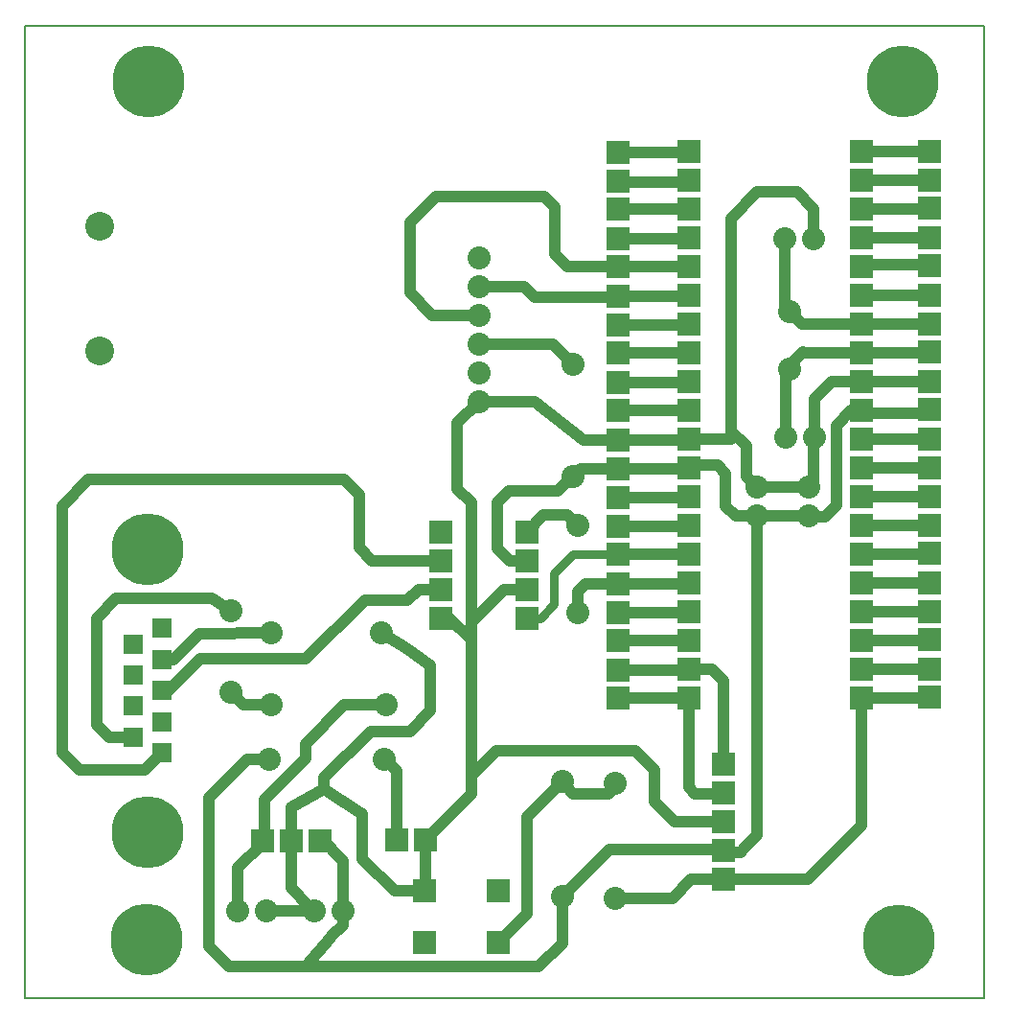
<source format=gbr>
G04 PROTEUS RS274X GERBER FILE*
%FSLAX45Y45*%
%MOMM*%
G01*
%ADD10C,1.016000*%
%ADD11C,0.762000*%
%ADD12C,2.032000*%
%ADD13R,2.032000X2.032000*%
%ADD14R,1.778000X1.778000*%
%ADD15C,6.350000*%
%ADD16C,2.540000*%
%ADD17C,0.203200*%
D10*
X-4970301Y+5678865D02*
X-4520301Y+5678865D01*
X-4685301Y+6977865D02*
X-4720301Y+6942865D01*
X-4720301Y+6828865D01*
X-4720301Y+6378865D01*
X-4520301Y+5932865D02*
X-4470301Y+5982865D01*
X-4470301Y+6028865D01*
X-4470301Y+6374865D01*
X-4466301Y+6378865D01*
X-4050301Y+7121865D02*
X-4563301Y+7121865D01*
X-4570301Y+7128865D01*
X-4685301Y+7013865D01*
X-4685301Y+6977865D01*
X-4685301Y+7485865D02*
X-4724301Y+7524865D01*
X-4724301Y+8128865D01*
X-4466301Y+6378865D02*
X-4466301Y+6714184D01*
X-4436233Y+6744252D01*
X-4312620Y+6867865D01*
X-4050301Y+6867865D01*
X-4050301Y+6613865D02*
X-4138366Y+6613865D01*
X-4141507Y+6610724D01*
X-4270301Y+6481930D01*
X-4270301Y+6478865D01*
X-4270301Y+5778865D01*
X-4376582Y+5672584D01*
X-4384019Y+5672584D01*
X-4482939Y+5672584D01*
X-4489321Y+5678966D01*
X-4520301Y+5678865D01*
X-5574301Y+4327865D02*
X-5369301Y+4327865D01*
X-5270301Y+4228865D01*
X-5270301Y+3486865D01*
X-5574301Y+4073865D02*
X-5574301Y+3282865D01*
X-5520301Y+3228865D01*
X-5274301Y+3228865D01*
X-5270301Y+3232865D01*
X-4050301Y+8899865D02*
X-3551901Y+8899865D01*
X-3450301Y+8898865D01*
X-4050301Y+8645865D02*
X-3551901Y+8645865D01*
X-3450301Y+8648865D01*
X-4050301Y+8391865D02*
X-3551901Y+8391865D01*
X-3450301Y+8398865D01*
X-4050301Y+7883865D02*
X-3986801Y+7900000D01*
X-3551901Y+7900000D01*
X-3450301Y+7888865D01*
X-4050301Y+7629865D02*
X-3551901Y+7629865D01*
X-3450301Y+7628865D01*
X-4050301Y+7375865D02*
X-3551901Y+7375865D01*
X-3450301Y+7378865D01*
X-4050301Y+7121865D02*
X-3551901Y+7121865D01*
X-3450301Y+7128865D01*
X-4050301Y+6613865D02*
X-3986801Y+6590000D01*
X-3551901Y+6590000D01*
X-3450301Y+6618865D01*
X-4050301Y+6359865D02*
X-3551901Y+6359865D01*
X-3450301Y+6358865D01*
X-4050301Y+6105865D02*
X-3551901Y+6105865D01*
X-3450301Y+6108865D01*
X-4050301Y+5851865D02*
X-3551901Y+5851865D01*
X-3450301Y+5848865D01*
X-4050301Y+5597865D02*
X-3551901Y+5597865D01*
X-3450301Y+5598865D01*
X-4050301Y+5343865D02*
X-3551901Y+5343865D01*
X-3450301Y+5348865D01*
X-4050301Y+5089865D02*
X-3551901Y+5089865D01*
X-3450301Y+5088865D01*
X-4050301Y+4835865D02*
X-3551901Y+4835865D01*
X-3450301Y+4838865D01*
X-4050301Y+4581865D02*
X-3551901Y+4581865D01*
X-3450301Y+4588865D01*
X-4050301Y+4327865D02*
X-3551901Y+4327865D01*
X-3450301Y+4328865D01*
X-4050301Y+4073865D02*
X-3551901Y+4073865D01*
X-3450301Y+4078865D01*
X-6200000Y+8890000D02*
X-5637801Y+8890000D01*
X-5574301Y+8899865D01*
X-6200000Y+8640000D02*
X-6098400Y+8630000D01*
X-5637801Y+8630000D01*
X-5574301Y+8645865D01*
X-6200000Y+8130000D02*
X-5637801Y+8130000D01*
X-5574301Y+8137865D01*
X-6200000Y+7880000D02*
X-5637801Y+7880000D01*
X-5574301Y+7883865D01*
X-6200000Y+7620000D02*
X-5637801Y+7620000D01*
X-5574301Y+7629865D01*
X-6200000Y+7370000D02*
X-5637801Y+7370000D01*
X-5574301Y+7375865D01*
X-6200000Y+7120000D02*
X-5637801Y+7120000D01*
X-5574301Y+7121865D01*
X-6200000Y+6860000D02*
X-5637801Y+6860000D01*
X-5574301Y+6867865D01*
X-6200000Y+6610000D02*
X-5637801Y+6610000D01*
X-5574301Y+6613865D01*
X-6200000Y+6100000D02*
X-5637801Y+6100000D01*
X-5574301Y+6105865D01*
X-6200000Y+5840000D02*
X-5637801Y+5840000D01*
X-5574301Y+5851865D01*
X-6200000Y+5590000D02*
X-5637801Y+5590000D01*
X-5574301Y+5597865D01*
X-6200000Y+5340000D02*
X-5637801Y+5340000D01*
X-5574301Y+5343865D01*
X-6200000Y+5080000D02*
X-5637801Y+5080000D01*
X-5574301Y+5089865D01*
X-6200000Y+4830000D02*
X-5637801Y+4830000D01*
X-5574301Y+4835865D01*
X-6200000Y+4580000D02*
X-5637801Y+4580000D01*
X-5574301Y+4581865D01*
X-6200000Y+4320000D02*
X-5637801Y+4320000D01*
X-5574301Y+4327865D01*
X-6200000Y+4070000D02*
X-5637801Y+4070000D01*
X-5574301Y+4073865D01*
X-6200000Y+8390000D02*
X-5637801Y+8390000D01*
X-5574301Y+8391865D01*
X-4050301Y+8137865D02*
X-3551901Y+8137865D01*
X-3450301Y+8138865D01*
X-7430000Y+7452000D02*
X-7840000Y+7452000D01*
X-8040000Y+7652000D01*
X-8040000Y+8270000D01*
X-7810000Y+8500000D01*
X-6850000Y+8500000D01*
X-6760000Y+8410000D01*
X-6760000Y+7990000D01*
X-6650000Y+7880000D01*
X-6200000Y+7880000D01*
X-7430000Y+7706000D02*
X-7030000Y+7706000D01*
X-6934000Y+7610000D01*
X-6301600Y+7610000D01*
X-6200000Y+7620000D01*
X-7430000Y+6690000D02*
X-6940000Y+6690000D01*
X-6510000Y+6350000D01*
X-6200000Y+6350000D01*
X-5637801Y+6350000D01*
X-5574301Y+6359865D01*
X-4970301Y+5932865D02*
X-4520301Y+5932865D01*
X-3450301Y+6868865D02*
X-3986801Y+6868865D01*
X-4050301Y+6867865D01*
X-9344000Y+2810000D02*
X-9344000Y+2790000D01*
D11*
X-7010000Y+4780000D02*
X-6890000Y+4780000D01*
X-6770000Y+4900000D01*
X-6770000Y+5170000D01*
X-6600000Y+5340000D01*
X-6200000Y+5340000D01*
D10*
X-9344000Y+2810000D02*
X-9324000Y+2810000D01*
X-9344000Y+2790000D01*
X-8893104Y+2199104D02*
X-8884000Y+2200000D01*
X-8884000Y+2190000D01*
X-9085789Y+2790000D02*
X-9090000Y+2810000D01*
X-9090000Y+2970000D01*
X-9090000Y+2985000D01*
X-9344000Y+2790000D02*
X-9560000Y+2574000D01*
X-9560000Y+2190000D01*
X-8836000Y+2810000D02*
X-8796000Y+2810000D01*
X-8708400Y+2708400D01*
X-8630000Y+2630000D01*
X-8630000Y+2190000D01*
X-8630000Y+2068537D01*
X-8729268Y+1969268D01*
X-8738410Y+1960127D01*
X-8730000Y+1970000D01*
X-8729268Y+1969268D01*
X-8884000Y+2190000D02*
X-9306000Y+2190000D01*
X-9090000Y+2810000D02*
X-9090000Y+2790000D01*
X-9090000Y+2396000D01*
X-8924000Y+2230000D01*
X-8893104Y+2199104D01*
X-8884000Y+2190000D01*
X-9085789Y+2790000D02*
X-9090000Y+2790000D01*
X-7906000Y+2820000D02*
X-7906000Y+2469600D01*
X-7914000Y+2368000D01*
X-9090000Y+2985000D02*
X-9090000Y+3110000D01*
X-8800000Y+3270000D01*
X-8460000Y+3050000D01*
X-8460000Y+2650000D01*
X-8178000Y+2368000D01*
X-7914000Y+2368000D01*
X-5200000Y+6359865D02*
X-5574301Y+6359865D01*
X-4685301Y+7485865D02*
X-4575301Y+7375865D01*
X-4151901Y+7375865D01*
X-4050301Y+7375865D01*
X-8960000Y+1700000D02*
X-8738410Y+1960127D01*
X-7020000Y+1700000D02*
X-6990000Y+1700000D01*
X-8960000Y+1700000D02*
X-7020000Y+1700000D01*
X-6230000Y+2306000D02*
X-5720000Y+2306000D01*
X-5555135Y+2470865D01*
X-5270301Y+2470865D01*
X-4970301Y+5678865D02*
X-4970301Y+2970000D01*
X-4970301Y+2860000D01*
X-5080000Y+2750301D01*
X-5120301Y+2710000D01*
X-5168701Y+2710000D01*
X-5270301Y+2724865D01*
X-5270301Y+2470865D02*
X-4529136Y+2470865D01*
X-4050301Y+2949700D01*
X-4050301Y+4073865D01*
X-10230000Y+3591360D02*
X-10380000Y+3441360D01*
X-10960000Y+3441360D01*
X-11110000Y+3591360D01*
X-11110000Y+5770000D01*
X-10880000Y+6000000D01*
X-8620000Y+6000000D01*
X-8490000Y+5870000D01*
X-8490000Y+5400000D01*
X-8378000Y+5288000D01*
X-7772000Y+5288000D01*
X-8254000Y+4010000D02*
X-8620000Y+4010000D01*
X-8960000Y+3670000D01*
X-8960000Y+3540000D01*
X-9324000Y+3176000D01*
X-9324000Y+2911600D01*
X-9344000Y+2810000D01*
X-9280000Y+3530000D02*
X-9480000Y+3530000D01*
X-9820000Y+3190000D01*
X-9820000Y+1880000D01*
X-9640000Y+1700000D01*
X-8960000Y+1700000D01*
X-8160000Y+2820000D02*
X-8160000Y+3426000D01*
X-8264000Y+3530000D01*
X-7772000Y+4780000D02*
X-7690000Y+4780000D01*
X-7500000Y+4590000D01*
X-5270301Y+2978865D02*
X-5700000Y+2978865D01*
X-5880000Y+3158865D01*
X-5880000Y+3440000D01*
X-6050000Y+3610000D01*
X-7280000Y+3610000D01*
X-7500000Y+3390000D01*
X-7500000Y+4590000D02*
X-7500000Y+3390000D01*
X-7500000Y+3226000D01*
X-7906000Y+2820000D01*
X-7430000Y+6690000D02*
X-7620000Y+6500000D01*
X-7620000Y+5920000D01*
X-7500000Y+5800000D01*
X-7500000Y+4840000D01*
X-7010000Y+5034000D02*
X-7206000Y+5034000D01*
X-7500000Y+4740000D01*
X-7500000Y+4840000D02*
X-7500000Y+4740000D01*
X-7500000Y+4590000D01*
X-10230000Y+4140000D02*
X-10170000Y+4140000D01*
X-9890000Y+4420000D01*
X-8960000Y+4420000D01*
X-8440000Y+4940000D01*
X-8060000Y+4940000D01*
X-7966000Y+5034000D01*
X-7772000Y+5034000D01*
X-7010000Y+5542000D02*
X-6860000Y+5692000D01*
X-6650000Y+5692000D01*
X-6558000Y+5600000D01*
X-6558000Y+4830000D02*
X-6558000Y+5010000D01*
X-6488000Y+5080000D01*
X-6301600Y+5080000D01*
X-6200000Y+5080000D01*
X-7430000Y+7198000D02*
X-6780000Y+7198000D01*
X-6602000Y+7020000D01*
X-6602000Y+6030000D02*
X-6532000Y+6100000D01*
X-6200000Y+6100000D01*
X-7010000Y+5288000D02*
X-7160000Y+5288000D01*
X-7270000Y+5398000D01*
X-7270000Y+5800000D01*
X-7170000Y+5900000D01*
X-6732000Y+5900000D01*
X-6602000Y+6030000D01*
X-6990000Y+1700000D02*
X-6900000Y+1700000D01*
X-6694000Y+1906000D01*
X-6694000Y+2320000D01*
X-6279135Y+2734865D01*
X-5270301Y+2734865D01*
X-5270301Y+2724865D01*
X-6694000Y+3336000D02*
X-6604400Y+3234400D01*
X-6600000Y+3230000D01*
X-6290000Y+3230000D01*
X-6220000Y+3300000D01*
X-6230000Y+3322000D01*
X-7264000Y+1918000D02*
X-7010000Y+2172000D01*
X-7010000Y+3020000D01*
X-6694000Y+3336000D01*
X-10230000Y+4414320D02*
X-10130000Y+4414320D01*
X-9900000Y+4644320D01*
X-9269977Y+4645201D01*
X-8290000Y+4650000D02*
X-8070000Y+4510000D01*
X-7860000Y+4363000D01*
X-7860000Y+3960000D01*
X-8040000Y+3780000D01*
X-8390000Y+3780000D01*
X-8800000Y+3370000D01*
X-8800000Y+3270000D01*
X-4970301Y+5932865D02*
X-5070000Y+6032564D01*
X-5070000Y+6300000D01*
X-5200000Y+6430000D01*
X-4470301Y+8128865D02*
X-4470301Y+8390000D01*
X-4620301Y+8540000D01*
X-4970000Y+8540000D01*
X-5200000Y+8310000D01*
X-5200000Y+6580000D01*
X-5200000Y+6430000D01*
X-5200000Y+6359865D01*
X-4970301Y+5678865D02*
X-5158865Y+5678865D01*
X-5250000Y+5770000D01*
X-5250000Y+6058564D01*
X-5320301Y+6128865D01*
X-5551301Y+6128865D01*
X-5574301Y+6105865D01*
X-9270000Y+4010000D02*
X-9510000Y+4010000D01*
X-9620000Y+4120000D01*
X-9620000Y+4840000D02*
X-9791111Y+4950000D01*
X-10640000Y+4950000D01*
X-10810000Y+4780000D01*
X-10810000Y+3840000D01*
X-10698520Y+3728520D01*
X-10484000Y+3728520D01*
D12*
X-6558000Y+5600000D03*
X-6558000Y+4830000D03*
X-6602000Y+7020000D03*
X-6602000Y+6030000D03*
X-9269977Y+4645201D03*
X-8290000Y+4650000D03*
X-9620000Y+4120000D03*
X-9620000Y+4840000D03*
X-8630000Y+2190000D03*
X-8884000Y+2190000D03*
X-9560000Y+2190000D03*
X-9306000Y+2190000D03*
X-9270000Y+4010000D03*
X-8254000Y+4010000D03*
X-6230000Y+3322000D03*
X-6230000Y+2306000D03*
D13*
X-9344000Y+2810000D03*
X-9090000Y+2810000D03*
X-8836000Y+2810000D03*
X-7264000Y+2368000D03*
X-7914000Y+2368000D03*
X-7264000Y+1918000D03*
X-7914000Y+1918000D03*
X-5270301Y+2470865D03*
X-5270301Y+2724865D03*
X-5270301Y+2978865D03*
X-5270301Y+3232865D03*
X-5270301Y+3486865D03*
D12*
X-6694000Y+2320000D03*
X-6694000Y+3336000D03*
X-4466301Y+6378865D03*
X-4720301Y+6378865D03*
X-4470301Y+8128865D03*
X-4724301Y+8128865D03*
D14*
X-10230000Y+4688640D03*
X-10230000Y+4414320D03*
X-10230000Y+4140000D03*
X-10230000Y+3865680D03*
X-10230000Y+3591360D03*
X-10484000Y+4551480D03*
X-10484000Y+4277160D03*
X-10484000Y+4002840D03*
X-10484000Y+3728520D03*
D15*
X-10357000Y+2890320D03*
X-10357000Y+5389680D03*
D13*
X-7010000Y+4780000D03*
X-7010000Y+5034000D03*
X-7010000Y+5288000D03*
X-7010000Y+5542000D03*
X-7772000Y+5542000D03*
X-7772000Y+5288000D03*
X-7772000Y+5034000D03*
X-7772000Y+4780000D03*
X-4050301Y+4073865D03*
X-4050301Y+4327865D03*
X-4050301Y+4581865D03*
X-4050301Y+4835865D03*
X-4050301Y+5089865D03*
X-4050301Y+5343865D03*
X-4050301Y+5597865D03*
X-4050301Y+5851865D03*
X-4050301Y+6105865D03*
X-4050301Y+6359865D03*
X-4050301Y+6613865D03*
X-4050301Y+6867865D03*
X-4050301Y+7121865D03*
X-4050301Y+7375865D03*
X-4050301Y+7629865D03*
X-4050301Y+7883865D03*
X-4050301Y+8137865D03*
X-4050301Y+8391865D03*
X-4050301Y+8645865D03*
X-4050301Y+8899865D03*
X-5574301Y+8899865D03*
X-5574301Y+8645865D03*
X-5574301Y+8391865D03*
X-5574301Y+8137865D03*
X-5574301Y+7883865D03*
X-5574301Y+7629865D03*
X-5574301Y+7375865D03*
X-5574301Y+7121865D03*
X-5574301Y+6867865D03*
X-5574301Y+6613865D03*
X-5574301Y+6359865D03*
X-5574301Y+6105865D03*
X-5574301Y+5851865D03*
X-5574301Y+5597865D03*
X-5574301Y+5343865D03*
X-5574301Y+5089865D03*
X-5574301Y+4835865D03*
X-5574301Y+4581865D03*
X-5574301Y+4327865D03*
X-5574301Y+4073865D03*
D12*
X-4685301Y+7485865D03*
X-4685301Y+6977865D03*
X-4520301Y+5678865D03*
X-4520301Y+5932865D03*
X-4970301Y+5678865D03*
X-4970301Y+5932865D03*
D13*
X-8160000Y+2820000D03*
X-7906000Y+2820000D03*
D12*
X-9280000Y+3530000D03*
X-8264000Y+3530000D03*
D13*
X-3450301Y+4078865D03*
X-3450301Y+4328865D03*
X-3450301Y+4588865D03*
X-3450301Y+4838865D03*
X-3450301Y+5088865D03*
X-3450301Y+5348865D03*
X-3450301Y+5598865D03*
X-3450301Y+5848865D03*
X-3450301Y+6108865D03*
X-3450301Y+6358865D03*
X-3450301Y+6618865D03*
X-3450301Y+6868865D03*
X-3450301Y+7128865D03*
X-3450301Y+7378865D03*
X-3450301Y+7628865D03*
X-3450301Y+7888865D03*
X-3450301Y+8138865D03*
X-3450301Y+8398865D03*
X-3450301Y+8648865D03*
X-3450301Y+8898865D03*
D12*
X-7430000Y+6690000D03*
X-7430000Y+6944000D03*
X-7430000Y+7198000D03*
X-7430000Y+7452000D03*
X-7430000Y+7706000D03*
X-7430000Y+7960000D03*
D16*
X-10780000Y+7140000D03*
X-10780000Y+8240000D03*
D13*
X-6200000Y+4070000D03*
X-6200000Y+4320000D03*
X-6200000Y+4580000D03*
X-6200000Y+4830000D03*
X-6200000Y+5080000D03*
X-6200000Y+5340000D03*
X-6200000Y+5590000D03*
X-6200000Y+5840000D03*
X-6200000Y+6100000D03*
X-6200000Y+6350000D03*
X-6200000Y+6610000D03*
X-6200000Y+6860000D03*
X-6200000Y+7120000D03*
X-6200000Y+7370000D03*
X-6200000Y+7620000D03*
X-6200000Y+7880000D03*
X-6200000Y+8130000D03*
X-6200000Y+8390000D03*
X-6200000Y+8640000D03*
X-6200000Y+8890000D03*
D15*
X-10370000Y+1940000D03*
X-3720000Y+1930000D03*
X-3690000Y+9520000D03*
X-10350000Y+9520000D03*
D17*
X-11440000Y+1420000D02*
X-2970000Y+1420000D01*
X-2970000Y+10010000D01*
X-11440000Y+10010000D01*
X-11440000Y+1420000D01*
M02*

</source>
